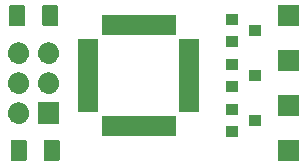
<source format=gbr>
G04 #@! TF.GenerationSoftware,KiCad,Pcbnew,5.0.1*
G04 #@! TF.CreationDate,2019-03-16T14:53:00+03:00*
G04 #@! TF.ProjectId,smartpoi,736D617274706F692E6B696361645F70,rev?*
G04 #@! TF.SameCoordinates,Original*
G04 #@! TF.FileFunction,Soldermask,Top*
G04 #@! TF.FilePolarity,Negative*
%FSLAX46Y46*%
G04 Gerber Fmt 4.6, Leading zero omitted, Abs format (unit mm)*
G04 Created by KiCad (PCBNEW 5.0.1) date Сб 16 мар 2019 14:53:00*
%MOMM*%
%LPD*%
G01*
G04 APERTURE LIST*
%ADD10C,0.100000*%
G04 APERTURE END LIST*
D10*
G36*
X112538604Y-94328347D02*
X112575145Y-94339432D01*
X112608820Y-94357431D01*
X112638341Y-94381659D01*
X112662569Y-94411180D01*
X112680568Y-94444855D01*
X112691653Y-94481396D01*
X112696000Y-94525538D01*
X112696000Y-95974462D01*
X112691653Y-96018604D01*
X112680568Y-96055145D01*
X112662569Y-96088820D01*
X112638341Y-96118341D01*
X112608820Y-96142569D01*
X112575145Y-96160568D01*
X112538604Y-96171653D01*
X112494462Y-96176000D01*
X111545538Y-96176000D01*
X111501396Y-96171653D01*
X111464855Y-96160568D01*
X111431180Y-96142569D01*
X111401659Y-96118341D01*
X111377431Y-96088820D01*
X111359432Y-96055145D01*
X111348347Y-96018604D01*
X111344000Y-95974462D01*
X111344000Y-94525538D01*
X111348347Y-94481396D01*
X111359432Y-94444855D01*
X111377431Y-94411180D01*
X111401659Y-94381659D01*
X111431180Y-94357431D01*
X111464855Y-94339432D01*
X111501396Y-94328347D01*
X111545538Y-94324000D01*
X112494462Y-94324000D01*
X112538604Y-94328347D01*
X112538604Y-94328347D01*
G37*
G36*
X109738604Y-94328347D02*
X109775145Y-94339432D01*
X109808820Y-94357431D01*
X109838341Y-94381659D01*
X109862569Y-94411180D01*
X109880568Y-94444855D01*
X109891653Y-94481396D01*
X109896000Y-94525538D01*
X109896000Y-95974462D01*
X109891653Y-96018604D01*
X109880568Y-96055145D01*
X109862569Y-96088820D01*
X109838341Y-96118341D01*
X109808820Y-96142569D01*
X109775145Y-96160568D01*
X109738604Y-96171653D01*
X109694462Y-96176000D01*
X108745538Y-96176000D01*
X108701396Y-96171653D01*
X108664855Y-96160568D01*
X108631180Y-96142569D01*
X108601659Y-96118341D01*
X108577431Y-96088820D01*
X108559432Y-96055145D01*
X108548347Y-96018604D01*
X108544000Y-95974462D01*
X108544000Y-94525538D01*
X108548347Y-94481396D01*
X108559432Y-94444855D01*
X108577431Y-94411180D01*
X108601659Y-94381659D01*
X108631180Y-94357431D01*
X108664855Y-94339432D01*
X108701396Y-94328347D01*
X108745538Y-94324000D01*
X109694462Y-94324000D01*
X109738604Y-94328347D01*
X109738604Y-94328347D01*
G37*
G36*
X132981000Y-96151000D02*
X131179000Y-96151000D01*
X131179000Y-94349000D01*
X132981000Y-94349000D01*
X132981000Y-96151000D01*
X132981000Y-96151000D01*
G37*
G36*
X127771000Y-94111000D02*
X126769000Y-94111000D01*
X126769000Y-93209000D01*
X127771000Y-93209000D01*
X127771000Y-94111000D01*
X127771000Y-94111000D01*
G37*
G36*
X122506000Y-94001000D02*
X116254000Y-94001000D01*
X116254000Y-92299000D01*
X122506000Y-92299000D01*
X122506000Y-94001000D01*
X122506000Y-94001000D01*
G37*
G36*
X129771000Y-93161000D02*
X128769000Y-93161000D01*
X128769000Y-92259000D01*
X129771000Y-92259000D01*
X129771000Y-93161000D01*
X129771000Y-93161000D01*
G37*
G36*
X112661000Y-92976000D02*
X110859000Y-92976000D01*
X110859000Y-91174000D01*
X112661000Y-91174000D01*
X112661000Y-92976000D01*
X112661000Y-92976000D01*
G37*
G36*
X109330442Y-91180518D02*
X109396627Y-91187037D01*
X109509853Y-91221384D01*
X109566467Y-91238557D01*
X109698255Y-91309000D01*
X109722991Y-91322222D01*
X109758729Y-91351552D01*
X109860186Y-91434814D01*
X109943448Y-91536271D01*
X109972778Y-91572009D01*
X109972779Y-91572011D01*
X110056443Y-91728533D01*
X110056443Y-91728534D01*
X110107963Y-91898373D01*
X110125359Y-92075000D01*
X110107963Y-92251627D01*
X110080852Y-92341000D01*
X110056443Y-92421467D01*
X109982348Y-92560087D01*
X109972778Y-92577991D01*
X109943448Y-92613729D01*
X109860186Y-92715186D01*
X109758729Y-92798448D01*
X109722991Y-92827778D01*
X109722989Y-92827779D01*
X109566467Y-92911443D01*
X109509853Y-92928616D01*
X109396627Y-92962963D01*
X109330442Y-92969482D01*
X109264260Y-92976000D01*
X109175740Y-92976000D01*
X109109558Y-92969482D01*
X109043373Y-92962963D01*
X108930147Y-92928616D01*
X108873533Y-92911443D01*
X108717011Y-92827779D01*
X108717009Y-92827778D01*
X108681271Y-92798448D01*
X108579814Y-92715186D01*
X108496552Y-92613729D01*
X108467222Y-92577991D01*
X108457652Y-92560087D01*
X108383557Y-92421467D01*
X108359148Y-92341000D01*
X108332037Y-92251627D01*
X108314641Y-92075000D01*
X108332037Y-91898373D01*
X108383557Y-91728534D01*
X108383557Y-91728533D01*
X108467221Y-91572011D01*
X108467222Y-91572009D01*
X108496552Y-91536271D01*
X108579814Y-91434814D01*
X108681271Y-91351552D01*
X108717009Y-91322222D01*
X108741745Y-91309000D01*
X108873533Y-91238557D01*
X108930147Y-91221384D01*
X109043373Y-91187037D01*
X109109558Y-91180518D01*
X109175740Y-91174000D01*
X109264260Y-91174000D01*
X109330442Y-91180518D01*
X109330442Y-91180518D01*
G37*
G36*
X132981000Y-92341000D02*
X131179000Y-92341000D01*
X131179000Y-90539000D01*
X132981000Y-90539000D01*
X132981000Y-92341000D01*
X132981000Y-92341000D01*
G37*
G36*
X127771000Y-92211000D02*
X126769000Y-92211000D01*
X126769000Y-91309000D01*
X127771000Y-91309000D01*
X127771000Y-92211000D01*
X127771000Y-92211000D01*
G37*
G36*
X115981000Y-92026000D02*
X114279000Y-92026000D01*
X114279000Y-85774000D01*
X115981000Y-85774000D01*
X115981000Y-92026000D01*
X115981000Y-92026000D01*
G37*
G36*
X124481000Y-92026000D02*
X122779000Y-92026000D01*
X122779000Y-85774000D01*
X124481000Y-85774000D01*
X124481000Y-92026000D01*
X124481000Y-92026000D01*
G37*
G36*
X111870443Y-88640519D02*
X111936627Y-88647037D01*
X112049853Y-88681384D01*
X112106467Y-88698557D01*
X112245087Y-88772652D01*
X112262991Y-88782222D01*
X112298729Y-88811552D01*
X112400186Y-88894814D01*
X112465171Y-88974000D01*
X112512778Y-89032009D01*
X112512779Y-89032011D01*
X112596443Y-89188533D01*
X112596443Y-89188534D01*
X112647963Y-89358373D01*
X112665359Y-89535000D01*
X112647963Y-89711627D01*
X112629042Y-89774000D01*
X112596443Y-89881467D01*
X112522348Y-90020087D01*
X112512778Y-90037991D01*
X112483448Y-90073729D01*
X112400186Y-90175186D01*
X112298729Y-90258448D01*
X112262991Y-90287778D01*
X112262989Y-90287779D01*
X112106467Y-90371443D01*
X112049853Y-90388616D01*
X111936627Y-90422963D01*
X111870443Y-90429481D01*
X111804260Y-90436000D01*
X111715740Y-90436000D01*
X111649557Y-90429481D01*
X111583373Y-90422963D01*
X111470147Y-90388616D01*
X111413533Y-90371443D01*
X111257011Y-90287779D01*
X111257009Y-90287778D01*
X111221271Y-90258448D01*
X111119814Y-90175186D01*
X111036552Y-90073729D01*
X111007222Y-90037991D01*
X110997652Y-90020087D01*
X110923557Y-89881467D01*
X110890958Y-89774000D01*
X110872037Y-89711627D01*
X110854641Y-89535000D01*
X110872037Y-89358373D01*
X110923557Y-89188534D01*
X110923557Y-89188533D01*
X111007221Y-89032011D01*
X111007222Y-89032009D01*
X111054829Y-88974000D01*
X111119814Y-88894814D01*
X111221271Y-88811552D01*
X111257009Y-88782222D01*
X111274913Y-88772652D01*
X111413533Y-88698557D01*
X111470147Y-88681384D01*
X111583373Y-88647037D01*
X111649557Y-88640519D01*
X111715740Y-88634000D01*
X111804260Y-88634000D01*
X111870443Y-88640519D01*
X111870443Y-88640519D01*
G37*
G36*
X109330443Y-88640519D02*
X109396627Y-88647037D01*
X109509853Y-88681384D01*
X109566467Y-88698557D01*
X109705087Y-88772652D01*
X109722991Y-88782222D01*
X109758729Y-88811552D01*
X109860186Y-88894814D01*
X109925171Y-88974000D01*
X109972778Y-89032009D01*
X109972779Y-89032011D01*
X110056443Y-89188533D01*
X110056443Y-89188534D01*
X110107963Y-89358373D01*
X110125359Y-89535000D01*
X110107963Y-89711627D01*
X110089042Y-89774000D01*
X110056443Y-89881467D01*
X109982348Y-90020087D01*
X109972778Y-90037991D01*
X109943448Y-90073729D01*
X109860186Y-90175186D01*
X109758729Y-90258448D01*
X109722991Y-90287778D01*
X109722989Y-90287779D01*
X109566467Y-90371443D01*
X109509853Y-90388616D01*
X109396627Y-90422963D01*
X109330443Y-90429481D01*
X109264260Y-90436000D01*
X109175740Y-90436000D01*
X109109557Y-90429481D01*
X109043373Y-90422963D01*
X108930147Y-90388616D01*
X108873533Y-90371443D01*
X108717011Y-90287779D01*
X108717009Y-90287778D01*
X108681271Y-90258448D01*
X108579814Y-90175186D01*
X108496552Y-90073729D01*
X108467222Y-90037991D01*
X108457652Y-90020087D01*
X108383557Y-89881467D01*
X108350958Y-89774000D01*
X108332037Y-89711627D01*
X108314641Y-89535000D01*
X108332037Y-89358373D01*
X108383557Y-89188534D01*
X108383557Y-89188533D01*
X108467221Y-89032011D01*
X108467222Y-89032009D01*
X108514829Y-88974000D01*
X108579814Y-88894814D01*
X108681271Y-88811552D01*
X108717009Y-88782222D01*
X108734913Y-88772652D01*
X108873533Y-88698557D01*
X108930147Y-88681384D01*
X109043373Y-88647037D01*
X109109557Y-88640519D01*
X109175740Y-88634000D01*
X109264260Y-88634000D01*
X109330443Y-88640519D01*
X109330443Y-88640519D01*
G37*
G36*
X127771000Y-90301000D02*
X126769000Y-90301000D01*
X126769000Y-89399000D01*
X127771000Y-89399000D01*
X127771000Y-90301000D01*
X127771000Y-90301000D01*
G37*
G36*
X129771000Y-89351000D02*
X128769000Y-89351000D01*
X128769000Y-88449000D01*
X129771000Y-88449000D01*
X129771000Y-89351000D01*
X129771000Y-89351000D01*
G37*
G36*
X132981000Y-88531000D02*
X131179000Y-88531000D01*
X131179000Y-86729000D01*
X132981000Y-86729000D01*
X132981000Y-88531000D01*
X132981000Y-88531000D01*
G37*
G36*
X127771000Y-88401000D02*
X126769000Y-88401000D01*
X126769000Y-87499000D01*
X127771000Y-87499000D01*
X127771000Y-88401000D01*
X127771000Y-88401000D01*
G37*
G36*
X111870442Y-86100518D02*
X111936627Y-86107037D01*
X112049853Y-86141384D01*
X112106467Y-86158557D01*
X112245087Y-86232652D01*
X112262991Y-86242222D01*
X112298729Y-86271552D01*
X112400186Y-86354814D01*
X112483448Y-86456271D01*
X112512778Y-86492009D01*
X112512779Y-86492011D01*
X112596443Y-86648533D01*
X112596443Y-86648534D01*
X112647963Y-86818373D01*
X112665359Y-86995000D01*
X112647963Y-87171627D01*
X112631469Y-87226000D01*
X112596443Y-87341467D01*
X112579053Y-87374000D01*
X112512778Y-87497991D01*
X112483448Y-87533729D01*
X112400186Y-87635186D01*
X112298729Y-87718448D01*
X112262991Y-87747778D01*
X112262989Y-87747779D01*
X112106467Y-87831443D01*
X112049853Y-87848616D01*
X111936627Y-87882963D01*
X111870443Y-87889481D01*
X111804260Y-87896000D01*
X111715740Y-87896000D01*
X111649557Y-87889481D01*
X111583373Y-87882963D01*
X111470147Y-87848616D01*
X111413533Y-87831443D01*
X111257011Y-87747779D01*
X111257009Y-87747778D01*
X111221271Y-87718448D01*
X111119814Y-87635186D01*
X111036552Y-87533729D01*
X111007222Y-87497991D01*
X110940947Y-87374000D01*
X110923557Y-87341467D01*
X110888531Y-87226000D01*
X110872037Y-87171627D01*
X110854641Y-86995000D01*
X110872037Y-86818373D01*
X110923557Y-86648534D01*
X110923557Y-86648533D01*
X111007221Y-86492011D01*
X111007222Y-86492009D01*
X111036552Y-86456271D01*
X111119814Y-86354814D01*
X111221271Y-86271552D01*
X111257009Y-86242222D01*
X111274913Y-86232652D01*
X111413533Y-86158557D01*
X111470147Y-86141384D01*
X111583373Y-86107037D01*
X111649558Y-86100518D01*
X111715740Y-86094000D01*
X111804260Y-86094000D01*
X111870442Y-86100518D01*
X111870442Y-86100518D01*
G37*
G36*
X109330442Y-86100518D02*
X109396627Y-86107037D01*
X109509853Y-86141384D01*
X109566467Y-86158557D01*
X109705087Y-86232652D01*
X109722991Y-86242222D01*
X109758729Y-86271552D01*
X109860186Y-86354814D01*
X109943448Y-86456271D01*
X109972778Y-86492009D01*
X109972779Y-86492011D01*
X110056443Y-86648533D01*
X110056443Y-86648534D01*
X110107963Y-86818373D01*
X110125359Y-86995000D01*
X110107963Y-87171627D01*
X110091469Y-87226000D01*
X110056443Y-87341467D01*
X110039053Y-87374000D01*
X109972778Y-87497991D01*
X109943448Y-87533729D01*
X109860186Y-87635186D01*
X109758729Y-87718448D01*
X109722991Y-87747778D01*
X109722989Y-87747779D01*
X109566467Y-87831443D01*
X109509853Y-87848616D01*
X109396627Y-87882963D01*
X109330443Y-87889481D01*
X109264260Y-87896000D01*
X109175740Y-87896000D01*
X109109557Y-87889481D01*
X109043373Y-87882963D01*
X108930147Y-87848616D01*
X108873533Y-87831443D01*
X108717011Y-87747779D01*
X108717009Y-87747778D01*
X108681271Y-87718448D01*
X108579814Y-87635186D01*
X108496552Y-87533729D01*
X108467222Y-87497991D01*
X108400947Y-87374000D01*
X108383557Y-87341467D01*
X108348531Y-87226000D01*
X108332037Y-87171627D01*
X108314641Y-86995000D01*
X108332037Y-86818373D01*
X108383557Y-86648534D01*
X108383557Y-86648533D01*
X108467221Y-86492011D01*
X108467222Y-86492009D01*
X108496552Y-86456271D01*
X108579814Y-86354814D01*
X108681271Y-86271552D01*
X108717009Y-86242222D01*
X108734913Y-86232652D01*
X108873533Y-86158557D01*
X108930147Y-86141384D01*
X109043373Y-86107037D01*
X109109558Y-86100518D01*
X109175740Y-86094000D01*
X109264260Y-86094000D01*
X109330442Y-86100518D01*
X109330442Y-86100518D01*
G37*
G36*
X127771000Y-86491000D02*
X126769000Y-86491000D01*
X126769000Y-85589000D01*
X127771000Y-85589000D01*
X127771000Y-86491000D01*
X127771000Y-86491000D01*
G37*
G36*
X129771000Y-85541000D02*
X128769000Y-85541000D01*
X128769000Y-84639000D01*
X129771000Y-84639000D01*
X129771000Y-85541000D01*
X129771000Y-85541000D01*
G37*
G36*
X122506000Y-85501000D02*
X116254000Y-85501000D01*
X116254000Y-83799000D01*
X122506000Y-83799000D01*
X122506000Y-85501000D01*
X122506000Y-85501000D01*
G37*
G36*
X109608604Y-82898347D02*
X109645145Y-82909432D01*
X109678820Y-82927431D01*
X109708341Y-82951659D01*
X109732569Y-82981180D01*
X109750568Y-83014855D01*
X109761653Y-83051396D01*
X109766000Y-83095538D01*
X109766000Y-84544462D01*
X109761653Y-84588604D01*
X109750568Y-84625145D01*
X109732569Y-84658820D01*
X109708341Y-84688341D01*
X109678820Y-84712569D01*
X109645145Y-84730568D01*
X109608604Y-84741653D01*
X109564462Y-84746000D01*
X108615538Y-84746000D01*
X108571396Y-84741653D01*
X108534855Y-84730568D01*
X108501180Y-84712569D01*
X108471659Y-84688341D01*
X108447431Y-84658820D01*
X108429432Y-84625145D01*
X108418347Y-84588604D01*
X108414000Y-84544462D01*
X108414000Y-83095538D01*
X108418347Y-83051396D01*
X108429432Y-83014855D01*
X108447431Y-82981180D01*
X108471659Y-82951659D01*
X108501180Y-82927431D01*
X108534855Y-82909432D01*
X108571396Y-82898347D01*
X108615538Y-82894000D01*
X109564462Y-82894000D01*
X109608604Y-82898347D01*
X109608604Y-82898347D01*
G37*
G36*
X112408604Y-82898347D02*
X112445145Y-82909432D01*
X112478820Y-82927431D01*
X112508341Y-82951659D01*
X112532569Y-82981180D01*
X112550568Y-83014855D01*
X112561653Y-83051396D01*
X112566000Y-83095538D01*
X112566000Y-84544462D01*
X112561653Y-84588604D01*
X112550568Y-84625145D01*
X112532569Y-84658820D01*
X112508341Y-84688341D01*
X112478820Y-84712569D01*
X112445145Y-84730568D01*
X112408604Y-84741653D01*
X112364462Y-84746000D01*
X111415538Y-84746000D01*
X111371396Y-84741653D01*
X111334855Y-84730568D01*
X111301180Y-84712569D01*
X111271659Y-84688341D01*
X111247431Y-84658820D01*
X111229432Y-84625145D01*
X111218347Y-84588604D01*
X111214000Y-84544462D01*
X111214000Y-83095538D01*
X111218347Y-83051396D01*
X111229432Y-83014855D01*
X111247431Y-82981180D01*
X111271659Y-82951659D01*
X111301180Y-82927431D01*
X111334855Y-82909432D01*
X111371396Y-82898347D01*
X111415538Y-82894000D01*
X112364462Y-82894000D01*
X112408604Y-82898347D01*
X112408604Y-82898347D01*
G37*
G36*
X132981000Y-84721000D02*
X131179000Y-84721000D01*
X131179000Y-82919000D01*
X132981000Y-82919000D01*
X132981000Y-84721000D01*
X132981000Y-84721000D01*
G37*
G36*
X127771000Y-84591000D02*
X126769000Y-84591000D01*
X126769000Y-83689000D01*
X127771000Y-83689000D01*
X127771000Y-84591000D01*
X127771000Y-84591000D01*
G37*
M02*

</source>
